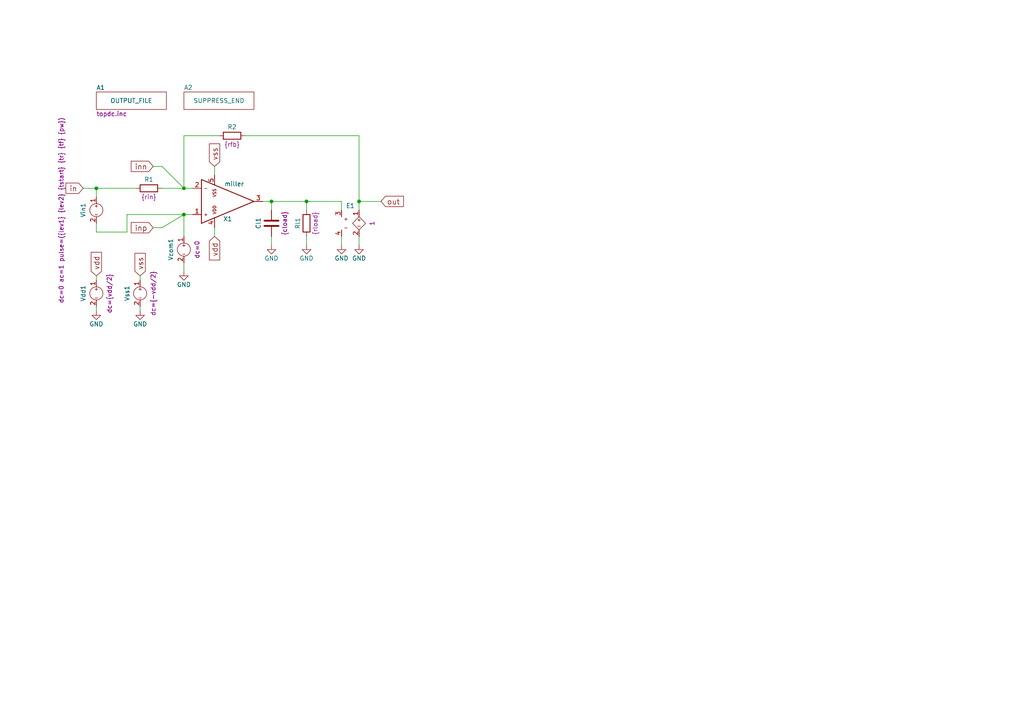
<source format=kicad_sch>
(kicad_sch (version 20211123) (generator eeschema)
  (paper "A4")
  (lib_symbols
    (symbol "power:GND" (power) (pin_names (offset 0))
      (property "Value" "GND" (at 0 -3.81 0))
      (symbol "GND_0_1"
        (polyline (pts (xy 0 0) (xy 0 -1.27) (xy 1.27 -1.27) (xy 0 -2.54) (xy -1.27 -1.27) (xy 0 -1.27)))
      )
      (symbol "GND_1_1"
        (pin power_in line (at 0 0 270) (length 0) hide (name "GND") (number "1"))
      )
    )
    (symbol "pyopus:CAP" (pin_numbers hide) (pin_names (offset 0.254))
      (property "Reference" "C" (at -3.81 0 90))
      (property "c" "<capacitance>" (at 3.81 0 90))
      (symbol "CAP_0_1"
        (polyline (pts (xy -2.032 -0.762) (xy 2.032 -0.762)) (stroke (width 0.508)))
        (polyline (pts (xy -2.032 0.762) (xy 2.032 0.762)) (stroke (width 0.508)))
      )
      (symbol "CAP_1_1"
        (pin passive line (at 0 3.81 270) (length 2.794) (name "~") (number "1"))
        (pin passive line (at 0 -3.81 90) (length 2.794) (name "~") (number "2"))
      )
    )
    (symbol "pyopus:OPAMP" (pin_names hide)
      (property "Reference" "X" (at 0 5.08 0))
      (property "Value" "OPAMP" (at 1.905 -5.08 0))
      (symbol "OPAMP_0_0"
        (text "+" (at -6.985 3.81 0) (effects (font (size 0.889 0.889)) (justify left)))
        (text "-" (at -6.985 -3.81 0) (effects (font (size 0.889 0.889)) (justify left)))
        (text "VDD" (at -3.81 3.81 900) (effects (font (size 0.889 0.889)) (justify right)))
        (text "VSS" (at -3.81 -3.81 900) (effects (font (size 0.889 0.889)) (justify left)))
      )
      (symbol "OPAMP_0_1"
        (polyline (pts (xy -7.62 6.35) (xy -7.62 -6.35) (xy 7.62 0) (xy -7.62 6.35)) (stroke (width 0.254)))
      )
      (symbol "OPAMP_1_1"
        (pin input line (at -10.16 3.81 0) (length 2.54) (name "+") (number "1"))
        (pin input line (at -10.16 -3.81 0) (length 2.54) (name "-") (number "2"))
        (pin output line (at 10.16 0 180) (length 2.54) (name "out") (number "3"))
        (pin input line (at -3.81 7.62 270) (length 2.921) (name "vdd") (number "4"))
        (pin input line (at -3.81 -7.62 90) (length 2.921) (name "vss") (number "5"))
      )
    )
    (symbol "pyopus:OUTPUT_FILE" (pin_names (offset 1.016))
      (property "Reference" "A" (at -10.16 1.27 0))
      (property "Value" "OUTPUT_FILE" (at 0 -2.54 0))
      (property "Name" "<file name>" (at -10.16 -6.35 0))
      (symbol "OUTPUT_FILE_0_1"
        (rectangle (start -10.16 0) (end 10.16 -5.08))
      )
    )
    (symbol "pyopus:RES" (pin_numbers hide) (pin_names (offset 0))
      (property "Reference" "R" (at -2.54 0 90))
      (property "r" "<resistance>" (at 2.54 0 90))
      (symbol "RES_0_1"
        (rectangle (start -1.016 -2.54) (end 1.016 2.54) (stroke (width 0.254)))
      )
      (symbol "RES_1_1"
        (pin passive line (at 0 3.81 270) (length 1.27) (name "~") (number "1"))
        (pin passive line (at 0 -3.81 90) (length 1.27) (name "~") (number "2"))
      )
    )
    (symbol "pyopus:SUPPRESS_END" (pin_names (offset 1.016))
      (property "Reference" "A" (at -10.16 1.27 0))
      (property "Value" "SUPPRESS_END" (at 0 -2.54 0))
      (symbol "SUPPRESS_END_0_1"
        (rectangle (start -10.16 0) (end 10.16 -5.08))
      )
    )
    (symbol "pyopus:VCVS" (pin_names (offset 0) hide)
      (property "Reference" "E" (at 0 5.08 0))
      (property "gain" "<gain>" (at 6.35 0 90))
      (symbol "VCVS_0_0"
        (polyline (pts (xy 2.54 1.905) (xy 0.635 0) (xy 2.54 -1.905) (xy 4.445 0) (xy 2.54 1.905)) (stroke (width 0.1524)))
        (text "+" (at -1.27 1.27 0) (effects (font (size 0.9906 0.9906))))
        (text "+" (at 2.54 1.016 0) (effects (font (size 0.9906 0.9906))))
        (text "-" (at -1.27 -1.27 0) (effects (font (size 0.9906 0.9906))))
        (text "-" (at 2.54 -0.762 0) (effects (font (size 0.9906 0.9906))))
      )
      (symbol "VCVS_1_1"
        (pin passive line (at 2.54 3.81 270) (length 1.905) (name "P") (number "1"))
        (pin power_out line (at 2.54 -3.81 90) (length 1.905) (name "N") (number "2"))
        (pin input line (at -2.54 3.81 270) (length 1.905) (name "CP") (number "3"))
        (pin input line (at -2.54 -3.81 90) (length 1.905) (name "CN") (number "4"))
      )
    )
    (symbol "pyopus:VSRC" (pin_names (offset 0) hide)
      (property "Reference" "V" (at -3.81 0 90))
      (property "Specification" "dc=0" (at 3.81 0 90))
      (symbol "VSRC_0_0"
        (circle (center 0 0) (radius 1.905) (stroke (width 0.1524)))
        (text "+" (at 0 1.27 0) (effects (font (size 0.9906 0.9906))))
        (text "-" (at 0 -1.27 0) (effects (font (size 0.9906 0.9906))))
      )
      (symbol "VSRC_1_1"
        (pin passive line (at 0 3.81 270) (length 1.905) (name "P") (number "1"))
        (pin power_out line (at 0 -3.81 90) (length 1.905) (name "N") (number "2"))
      )
    )
  )
  (junction (at 27.94 54.61))
  (junction (at 104.14 58.42))
  (junction (at 88.9 58.42))
  (junction (at 53.34 62.23))
  (junction (at 78.74 58.42))
  (junction (at 53.34 54.61))
  (wire (pts (xy 99.06 68.58) (xy 99.06 71.12)))
  (wire (pts (xy 53.34 54.61) (xy 46.99 48.26)))
  (wire (pts (xy 78.74 71.12) (xy 78.74 68.58)))
  (wire (pts (xy 53.34 39.37) (xy 63.5 39.37)))
  (wire (pts (xy 104.14 58.42) (xy 110.49 58.42)))
  (wire (pts (xy 53.34 39.37) (xy 53.34 54.61)))
  (wire (pts (xy 27.94 67.31) (xy 36.83 67.31)))
  (wire (pts (xy 78.74 60.96) (xy 78.74 58.42)))
  (wire (pts (xy 62.23 48.26) (xy 62.23 50.8)))
  (wire (pts (xy 99.06 58.42) (xy 99.06 60.96)))
  (wire (pts (xy 88.9 68.58) (xy 88.9 71.12)))
  (wire (pts (xy 104.14 58.42) (xy 104.14 60.96)))
  (wire (pts (xy 40.64 81.28) (xy 40.64 80.01)))
  (wire (pts (xy 78.74 58.42) (xy 88.9 58.42)))
  (wire (pts (xy 27.94 88.9) (xy 27.94 90.17)))
  (wire (pts (xy 27.94 81.28) (xy 27.94 80.01)))
  (wire (pts (xy 46.99 54.61) (xy 53.34 54.61)))
  (wire (pts (xy 24.13 54.61) (xy 27.94 54.61)))
  (wire (pts (xy 27.94 57.15) (xy 27.94 54.61)))
  (wire (pts (xy 36.83 62.23) (xy 53.34 62.23)))
  (wire (pts (xy 53.34 54.61) (xy 55.88 54.61)))
  (wire (pts (xy 36.83 67.31) (xy 36.83 62.23)))
  (wire (pts (xy 27.94 64.77) (xy 27.94 67.31)))
  (wire (pts (xy 53.34 62.23) (xy 46.99 66.04)))
  (wire (pts (xy 53.34 76.2) (xy 53.34 78.74)))
  (wire (pts (xy 104.14 68.58) (xy 104.14 71.12)))
  (wire (pts (xy 104.14 39.37) (xy 104.14 58.42)))
  (wire (pts (xy 53.34 62.23) (xy 53.34 68.58)))
  (wire (pts (xy 76.2 58.42) (xy 78.74 58.42)))
  (wire (pts (xy 40.64 88.9) (xy 40.64 90.17)))
  (wire (pts (xy 46.99 66.04) (xy 44.45 66.04)))
  (wire (pts (xy 62.23 66.04) (xy 62.23 68.58)))
  (wire (pts (xy 88.9 58.42) (xy 88.9 60.96)))
  (wire (pts (xy 46.99 48.26) (xy 44.45 48.26)))
  (wire (pts (xy 27.94 54.61) (xy 39.37 54.61)))
  (wire (pts (xy 53.34 62.23) (xy 55.88 62.23)))
  (wire (pts (xy 88.9 58.42) (xy 99.06 58.42)))
  (wire (pts (xy 71.12 39.37) (xy 104.14 39.37)))
  (global_label "vdd" (shape input) (at 62.23 68.58 270) (effects (font (size 1.524 1.524))) (property "Intersheet References" "${INTERSHEET_REFS}" (effects hide)))
  (global_label "inn" (shape input) (at 44.45 48.26 180) (effects (font (size 1.524 1.524))) (property "Intersheet References" "${INTERSHEET_REFS}" (effects hide)))
  (global_label "vss" (shape input) (at 40.64 80.01 90) (effects (font (size 1.524 1.524))) (property "Intersheet References" "${INTERSHEET_REFS}" (effects hide)))
  (global_label "vdd" (shape input) (at 27.94 80.01 90) (effects (font (size 1.524 1.524))) (property "Intersheet References" "${INTERSHEET_REFS}" (effects hide)))
  (global_label "inp" (shape input) (at 44.45 66.04 180) (effects (font (size 1.524 1.524))) (property "Intersheet References" "${INTERSHEET_REFS}" (effects hide)))
  (global_label "out" (shape input) (at 110.49 58.42 0) (effects (font (size 1.524 1.524))) (property "Intersheet References" "${INTERSHEET_REFS}" (effects hide)))
  (global_label "in" (shape input) (at 24.13 54.61 180) (effects (font (size 1.524 1.524))) (property "Intersheet References" "${INTERSHEET_REFS}" (effects hide)))
  (global_label "vss" (shape input) (at 62.23 48.26 90) (effects (font (size 1.524 1.524))) (property "Intersheet References" "${INTERSHEET_REFS}" (effects hide)))
  (symbol (lib_id "pyopus:OPAMP") (at 66.04 58.42 0) (mirror x) (unit 1)
    (property "Reference" "X1" (at 66.04 63.5 0))
    (property "Value" "miller" (at 67.945 53.34 0))
  )
  (symbol (lib_id "pyopus:VSRC") (at 27.94 85.09 0) (unit 1)
    (property "Reference" "Vdd1" (at 24.13 85.09 90))
    (property "Value" "VSRC" (effects hide))
    (property "Specification" "dc={vdd/2}" (at 31.75 85.09 90))
  )
  (symbol (lib_id "pyopus:RES") (at 67.31 39.37 270) (unit 1)
    (property "Reference" "R2" (at 67.31 36.83 90))
    (property "Value" "RES" (effects hide))
    (property "r" "{rfb}" (at 67.31 41.91 90))
  )
  (symbol (lib_id "pyopus:RES") (at 43.18 54.61 270) (unit 1)
    (property "Reference" "R1" (at 43.18 52.07 90))
    (property "Value" "RES" (effects hide))
    (property "r" "{rin}" (at 43.18 57.15 90))
  )
  (symbol (lib_id "pyopus:VSRC") (at 53.34 72.39 0) (unit 1)
    (property "Reference" "Vcom1" (at 49.53 72.39 90))
    (property "Value" "VSRC" (effects hide))
    (property "Specification" "dc=0" (at 57.15 72.39 90))
  )
  (symbol (lib_id "power:GND") (at 27.94 90.17 0) (unit 1)
    (property "Reference" "#PWR01" (effects hide))
    (property "Value" "GND" (at 27.94 93.98 0))
  )
  (symbol (lib_id "power:GND") (at 53.34 78.74 0) (unit 1)
    (property "Reference" "#PWR02" (effects hide))
    (property "Value" "GND" (at 53.34 82.55 0))
  )
  (symbol (lib_id "pyopus:VSRC") (at 27.94 60.96 0) (unit 1)
    (property "Reference" "Vin1" (at 24.13 60.96 90))
    (property "Value" "VSRC" (effects hide))
    (property "Specification" "dc=0 ac=1 pulse=({lev1} {lev2} {tstart} {tr} {tf} {pw})" (at 17.78 60.96 90))
  )
  (symbol (lib_id "pyopus:OUTPUT_FILE") (at 38.1 26.67 0) (unit 1)
    (property "Reference" "A1" (at 27.94 25.4 0) (effects (justify left)))
    (property "Value" "OUTPUT_FILE" (at 38.1 29.21 0))
    (property "Name" "topdc.inc" (at 27.94 33.02 0) (effects (justify left)))
  )
  (symbol (lib_id "pyopus:CAP") (at 78.74 64.77 0) (unit 1)
    (property "Reference" "Cl1" (at 74.93 64.77 90))
    (property "Value" "CAP" (effects hide))
    (property "c" "{cload}" (at 82.55 64.77 90))
  )
  (symbol (lib_id "power:GND") (at 78.74 71.12 0) (unit 1)
    (property "Reference" "#PWR03" (effects hide))
    (property "Value" "GND" (at 78.74 74.93 0))
  )
  (symbol (lib_id "pyopus:VCVS") (at 101.6 64.77 0) (unit 1)
    (property "Reference" "E1" (at 101.6 59.69 0))
    (property "Value" "VCVS" (effects hide))
    (property "gain" "1" (at 107.95 64.77 90))
  )
  (symbol (lib_id "power:GND") (at 104.14 71.12 0) (unit 1)
    (property "Reference" "#PWR04" (effects hide))
    (property "Value" "GND" (at 104.14 74.93 0))
  )
  (symbol (lib_id "power:GND") (at 99.06 71.12 0) (unit 1)
    (property "Reference" "#PWR05" (effects hide))
    (property "Value" "GND" (at 99.06 74.93 0))
  )
  (symbol (lib_id "pyopus:RES") (at 88.9 64.77 0) (unit 1)
    (property "Reference" "Rl1" (at 86.36 64.77 90))
    (property "Value" "RES" (effects hide))
    (property "r" "{rload}" (at 91.44 64.77 90))
  )
  (symbol (lib_id "power:GND") (at 88.9 71.12 0) (unit 1)
    (property "Reference" "#PWR06" (effects hide))
    (property "Value" "GND" (at 88.9 74.93 0))
  )
  (symbol (lib_id "pyopus:SUPPRESS_END") (at 63.5 26.67 0) (unit 1)
    (property "Reference" "A2" (at 53.34 25.4 0) (effects (justify left)))
    (property "Value" "SUPPRESS_END" (at 63.5 29.21 0))
  )
  (symbol (lib_id "pyopus:VSRC") (at 40.64 85.09 0) (unit 1)
    (property "Reference" "Vss1" (at 36.83 85.09 90))
    (property "Value" "VSRC" (effects hide))
    (property "Specification" "dc={-vdd/2}" (at 44.45 85.09 90))
  )
  (symbol (lib_id "power:GND") (at 40.64 90.17 0) (unit 1)
    (property "Reference" "#PWR07" (effects hide))
    (property "Value" "GND" (at 40.64 93.98 0))
  )
)
</source>
